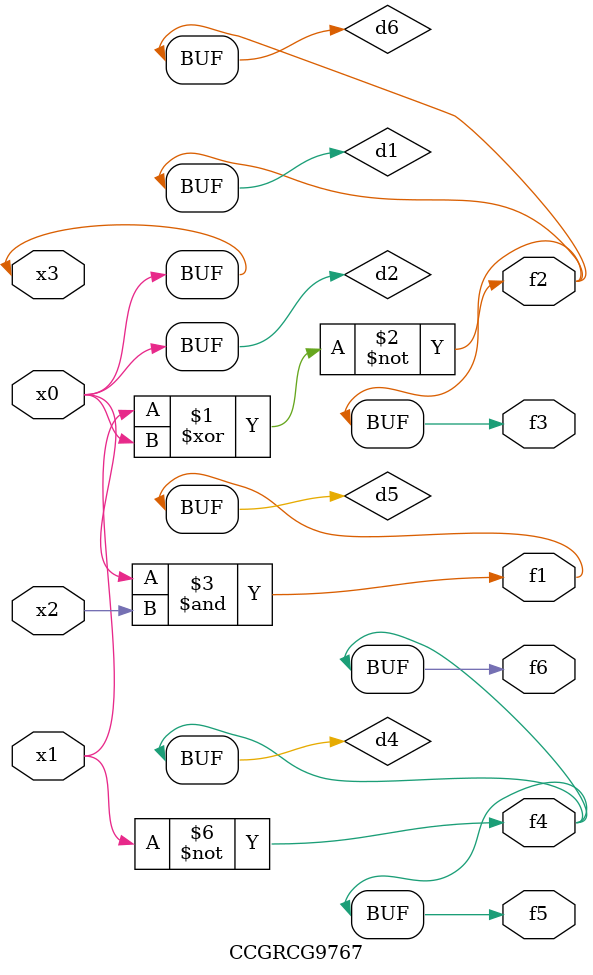
<source format=v>
module CCGRCG9767(
	input x0, x1, x2, x3,
	output f1, f2, f3, f4, f5, f6
);

	wire d1, d2, d3, d4, d5, d6;

	xnor (d1, x1, x3);
	buf (d2, x0, x3);
	nand (d3, x0, x2);
	not (d4, x1);
	nand (d5, d3);
	or (d6, d1);
	assign f1 = d5;
	assign f2 = d6;
	assign f3 = d6;
	assign f4 = d4;
	assign f5 = d4;
	assign f6 = d4;
endmodule

</source>
